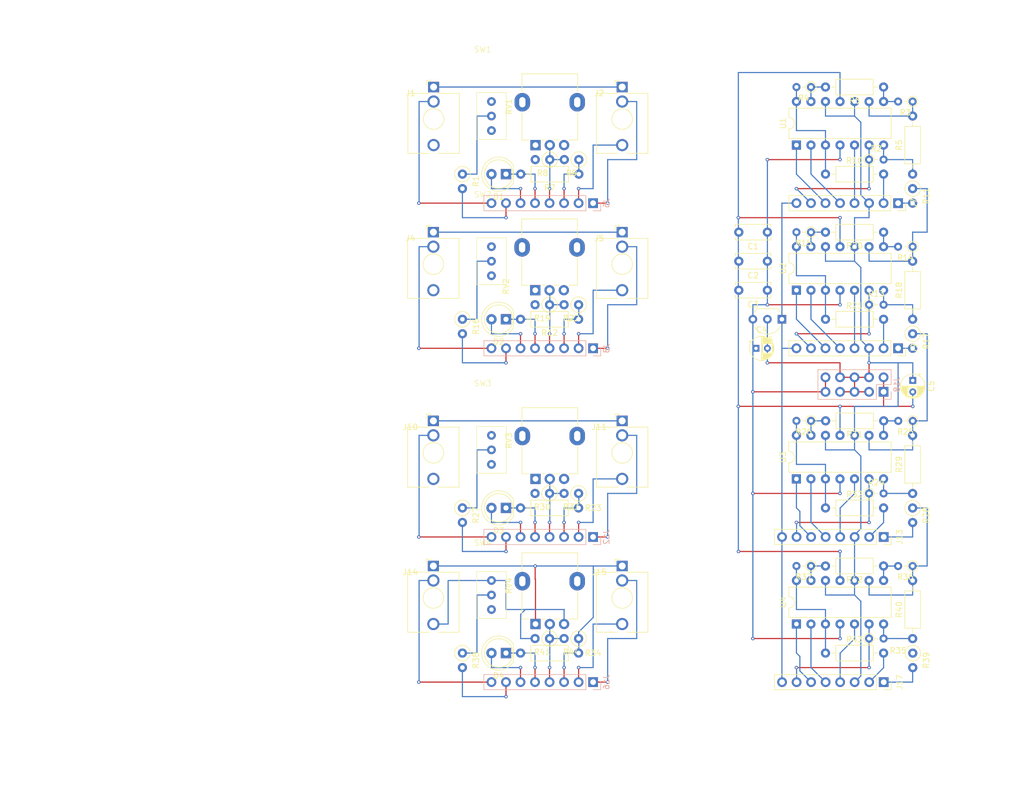
<source format=kicad_pcb>
(kicad_pcb (version 20241229) (generator "pcbnew") (generator_version "9.0")
  (layers (0 "F.Cu" signal) (2 "B.Cu" signal) (13 "F.Paste" user) (15 "B.Paste" user) (5 "F.SilkS" user "F.Silkscreen") (7 "B.SilkS" user "B.Silkscreen") (1 "F.Mask" user) (3 "B.Mask" user) (25 "Edge.Cuts" user))
  (net 0 "")
  (net 1 "Net-(R2-Pad2)")
  (net 2 "Net-(R3-Pad2)")
  (net 3 "/Daisy chain in")
  (net 4 "GND")
  (net 5 "Net-(SW1-A)")
  (net 6 "+12V")
  (net 7 "-12V")
  (net 8 "+5V")
  (net 9 "Net-(SW1-B)")
  (net 10 "Net-(U1D--)")
  (net 11 "Net-(U1A-+)")
  (net 12 "Net-(SW2-A)")
  (net 13 "Net-(SW3-A)")
  (net 14 "Net-(SW4-A)")
  (net 15 "Net-(SW2-B)")
  (net 16 "Net-(U2D--)")
  (net 17 "Net-(U2A-+)")
  (net 18 "Net-(SW3-B)")
  (net 19 "Net-(U3D--)")
  (net 20 "Net-(U3A-+)")
  (net 21 "Net-(SW4-B)")
  (net 22 "Net-(U4D--)")
  (net 23 "Net-(U4A-+)")
  (net 24 "Net-(R13-Pad2)")
  (net 25 "Net-(R14-Pad2)")
  (net 26 "Net-(R24-Pad2)")
  (net 27 "Net-(R25-Pad2)")
  (net 28 "Net-(R35-Pad2)")
  (net 29 "Net-(R36-Pad2)")
  (net 30 "U1.2_FP")
  (net 31 "U1.1_FP")
  (net 32 "U2.2_BP")
  (net 33 "U2.1_BP")
  (net 34 "U3.2_BP")
  (net 35 "U3.1_BP")
  (net 36 "U4.1_BP")
  (net 37 "U4.2_BP")
  (net 38 "R11_FP")
  (net 39 "R10_FP")
  (net 40 "R21_BP")
  (net 41 "R17_BP")
  (net 42 "U1.5_FP")
  (net 43 "U1.6_FP")
  (net 44 "U1.5_BP")
  (net 45 "U1.1_BP")
  (net 46 "U1.6_BP")
  (net 47 "R10_BP")
  (net 48 "U1.2_BP")
  (net 49 "R11_BP")
  (net 50 "U2.5_BP")
  (net 51 "U2.6_BP")
  (net 52 "R32_BP")
  (net 53 "R28_BP")
  (net 54 "U3.5_BP")
  (net 55 "U3.6_BP")
  (net 56 "R43_BP")
  (net 57 "R39_BP")
  (net 58 "U4.6_BP")
  (net 59 "U4.5_BP")
  (net 60 "U2.2_FP")
  (net 61 "U2.1_FP")
  (net 62 "U3.2_FP")
  (net 63 "U3.1_FP")
  (net 64 "U4.1_FP")
  (net 65 "U4.2_FP")
  (net 66 "R21_FP")
  (net 67 "R17_FP")
  (net 68 "U2.5_FP")
  (net 69 "U2.6_FP")
  (net 70 "R32_FP")
  (net 71 "R28_FP")
  (net 72 "U3.5_FP")
  (net 73 "U3.6_FP")
  (net 74 "R43_FP")
  (net 75 "R39_FP")
  (net 76 "U4.6_FP")
  (net 77 "U4.5_FP")
  (net 78 "Net-(U2C--)")
  (net 79 "Net-(U3C--)")
  (net 80 "Net-(U4C--)")
  (net 81 "/Daisy chain out")
  (net 82 "+5V_FP.1")
  (net 83 "+5V_FP.2")
  (net 84 "+5V_FP.3")
  (net 85 "+5V_FP.4")
  (net 86 "GND_FP.1")
  (net 87 "GND_FP.2")
  (net 88 "GND_FP.3")
  (net 89 "GND_FP.4")
  (footprint "Connector_PinSocket_2.54mm:PinSocket_1x08_P2.54mm_Vertical" (layer "F.Cu") (at 177.941267 91.190078 -90)
    (property "Reference" "J7")
    (property "Value" "Conn_01x08_Socket")
  )
  (footprint "Resistor_THT:R_Axial_DIN0204_L3.6mm_D1.6mm_P2.54mm_Vertical" (layer "F.Cu") (at 180.481267 73.410078 180)
    (property "Reference" "R3")
    (property "Value" "100k")
  )
  (footprint "Resistor_THT:R_Axial_DIN0207_L6.3mm_D2.5mm_P10.16mm_Horizontal" (layer "F.Cu") (at 122.061267 169.930078 180)
    (property "Reference" "R34")
    (property "Value" "470")
  )
  (footprint "Capacitor_THT:CP_Radial_D4.0mm_P2.00mm" (layer "F.Cu") (at 180.505 122.22 -90)
    (property "Reference" "C5")
    (property "Value" "10n")
  )
  (footprint "Custom:Thonkiconn mono 3.5mm audio jack PCB spacing" (layer "F.Cu") (at 129.681267 129.290078)
    (property "Reference" "J11")
    (property "Value" "AudioJack2_SwitchT")
  )
  (footprint "Resistor_THT:R_Axial_DIN0207_L6.3mm_D2.5mm_P2.54mm_Vertical" (layer "F.Cu") (at 180.481267 88.650078 -90)
    (property "Reference" "R11")
    (property "Value" "100k")
  )
  (footprint "Connector_PinSocket_2.54mm:PinSocket_1x08_P2.54mm_Vertical" (layer "F.Cu") (at 175.425 175.02 -90)
    (property "Reference" "J17")
    (property "Value" "Conn_01x08_Socket")
  )
  (footprint "Resistor_THT:R_Axial_DIN0204_L3.6mm_D1.6mm_P2.54mm_Vertical" (layer "F.Cu") (at 162.701267 96.270078 180)
    (property "Reference" "R15")
    (property "Value" "100k")
  )
  (footprint "Resistor_THT:R_Axial_DIN0207_L6.3mm_D2.5mm_P10.16mm_Horizontal" (layer "F.Cu") (at 175.401267 154.690078 180)
    (property "Reference" "R42")
    (property "Value" "100k")
  )
  (footprint "Capacitor_THT:CP_Radial_D4.0mm_P2.00mm" (layer "F.Cu") (at 153.081267 116.6)
    (property "Reference" "C4")
    (property "Value" "10n")
  )
  (footprint "Resistor_THT:R_Axial_DIN0204_L3.6mm_D1.6mm_P2.54mm_Vertical" (layer "F.Cu") (at 172.861267 83.570078)
    (property "Reference" "R2")
    (property "Value" "100k")
  )
  (footprint "Capacitor_THT:C_Disc_D6.0mm_W2.5mm_P5.00mm" (layer "F.Cu") (at 155.081267 106.430078 180)
    (property "Reference" "C3")
    (property "Value" "100n")
  )
  (footprint "Resistor_THT:R_Axial_DIN0207_L6.3mm_D2.5mm_P2.54mm_Vertical" (layer "F.Cu") (at 122.101267 83.570078 180)
    (property "Reference" "R9")
    (property "Value" "22k")
  )
  (footprint "Potentiometer_THT:Potentiometer_Alpha_RD901F-40-00D_Single_Vertical" (layer "F.Cu") (at 114.521267 139.450078 90)
    (property "Reference" "RV3")
    (property "Value" "100k B")
  )
  (footprint "Potentiometer_THT:Potentiometer_Alpha_RD901F-40-00D_Single_Vertical" (layer "F.Cu") (at 114.481267 106.430078 90)
    (property "Reference" "RV2")
    (property "Value" "100k B")
  )
  (footprint "Resistor_THT:R_Axial_DIN0207_L6.3mm_D2.5mm_P2.54mm_Vertical" (layer "F.Cu") (at 117.021267 83.570078 180)
    (property "Reference" "R8")
    (property "Value" "22k")
  )
  (footprint "Custom:SMTS 102 SPDT" (layer "F.Cu") (at 106.821267 134.370078)
    (property "Reference" "SW3")
    (property "Value" "SW_SPST")
  )
  (footprint "Resistor_THT:R_Axial_DIN0207_L6.3mm_D2.5mm_P10.16mm_Horizontal" (layer "F.Cu") (at 165.241267 169.930078)
    (property "Reference" "R43")
    (property "Value" "1k")
  )
  (footprint "Resistor_THT:R_Axial_DIN0204_L3.6mm_D1.6mm_P2.54mm_Vertical" (layer "F.Cu") (at 172.861267 167.390078)
    (property "Reference" "R35")
    (property "Value" "100k")
  )
  (footprint "Resistor_THT:R_Axial_DIN0207_L6.3mm_D2.5mm_P2.54mm_Vertical" (layer "F.Cu") (at 116.981267 167.390078 180)
    (property "Reference" "R41")
    (property "Value" "22k")
  )
  (footprint "Resistor_THT:R_Axial_DIN0204_L3.6mm_D1.6mm_P2.54mm_Vertical" (layer "F.Cu") (at 180.505 129.3 180)
    (property "Reference" "R25")
    (property "Value" "100k")
  )
  (footprint "Resistor_THT:R_Axial_DIN0204_L3.6mm_D1.6mm_P2.54mm_Vertical" (layer "F.Cu") (at 172.861267 141.990078)
    (property "Reference" "R24")
    (property "Value" "100k")
  )
  (footprint "Custom:SMTS 102 SPDT" (layer "F.Cu") (at 106.821267 159.770078)
    (property "Reference" "SW4")
    (property "Value" "SW_SPST")
  )
  (footprint "Package_DIP:DIP-14_W7.62mm" (layer "F.Cu") (at 160.161267 81.030078 90)
    (property "Reference" "U1")
    (property "Value" "LM324")
  )
  (footprint "Resistor_THT:R_Axial_DIN0207_L6.3mm_D2.5mm_P10.16mm_Horizontal" (layer "F.Cu") (at 175.401267 96.270078 180)
    (property "Reference" "R20")
    (property "Value" "100k")
  )
  (footprint "LED_THT:LED_D5.0mm" (layer "F.Cu") (at 109.361267 86.110078 180)
    (property "Reference" "D1")
    (property "Value" "LED_Dual_Bidirectional")
  )
  (footprint "Resistor_THT:R_Axial_DIN0207_L6.3mm_D2.5mm_P2.54mm_Vertical" (layer "F.Cu") (at 122.061267 141.990078 180)
    (property "Reference" "R33")
    (property "Value" "22k")
  )
  (footprint "Connector_PinSocket_2.54mm:PinSocket_1x08_P2.54mm_Vertical" (layer "F.Cu") (at 175.425 149.610078 -90)
    (property "Reference" "J13")
    (property "Value" "Conn_01x08_Socket")
  )
  (footprint "Resistor_THT:R_Axial_DIN0204_L3.6mm_D1.6mm_P2.54mm_Vertical" (layer "F.Cu") (at 162.701267 154.690078 180)
    (property "Reference" "R37")
    (property "Value" "100k")
  )
  (footprint "Resistor_THT:R_Axial_DIN0204_L3.6mm_D1.6mm_P2.54mm_Vertical" (layer "F.Cu") (at 162.701267 129.290078 180)
    (property "Reference" "R26")
    (property "Value" "100k")
  )
  (footprint "Capacitor_THT:C_Disc_D6.0mm_W2.5mm_P5.00mm" (layer "F.Cu") (at 155.081267 101.350078 180)
    (property "Reference" "C2")
    (property "Value" "100n")
  )
  (footprint "Package_DIP:DIP-14_W7.62mm" (layer "F.Cu") (at 160.156267 139.450078 90)
    (property "Reference" "U3")
    (property "Value" "LM324")
  )
  (footprint "Resistor_THT:R_Axial_DIN0207_L6.3mm_D2.5mm_P10.16mm_Horizontal" (layer "F.Cu") (at 165.241267 86.110078)
    (property "Reference" "R10")
    (property "Value" "1k")
  )
  (footprint "Resistor_THT:R_Axial_DIN0204_L3.6mm_D1.6mm_P2.54mm_Vertical" (layer "F.Cu") (at 162.701267 70.870078 180)
    (property "Reference" "R4")
    (property "Value" "100k")
  )
  (footprint "Resistor_THT:R_Axial_DIN0204_L3.6mm_D1.6mm_P2.54mm_Vertical" (layer "F.Cu") (at 180.481267 154.7 180)
    (property "Reference" "R36")
    (property "Value" "100k")
  )
  (footprint "Resistor_THT:R_Axial_DIN0207_L6.3mm_D2.5mm_P2.54mm_Vertical" (layer "F.Cu") (at 180.481267 114.050078 -90)
    (property "Reference" "R17")
    (property "Value" "100k")
  )
  (footprint "Resistor_THT:R_Axial_DIN0207_L6.3mm_D2.5mm_P2.54mm_Vertical" (layer "F.Cu") (at 180.505 169.94 -90)
    (property "Reference" "R39")
    (property "Value" "100k")
  )
  (footprint "Resistor_THT:R_Axial_DIN0207_L6.3mm_D2.5mm_P10.16mm_Horizontal" (layer "F.Cu") (at 180.481267 167.4 90)
    (property "Reference" "R40")
    (property "Value" "100k")
  )
  (footprint "Package_TO_SOT_THT:TO-92_Inline_Wide" (layer "F.Cu") (at 157.621267 111.510078 180)
    (property "Reference" "U6")
    (property "Value" "LM78L05_TO92")
  )
  (footprint "Custom:Thonkiconn mono 3.5mm audio jack PCB spacing" (layer "F.Cu") (at 129.681267 96.270078)
    (property "Reference" "J5")
    (property "Value" "AudioJack2_SwitchT")
  )
  (footprint "Resistor_THT:R_Axial_DIN0204_L3.6mm_D1.6mm_P2.54mm_Vertical" (layer "F.Cu") (at 180.481267 98.810078 180)
    (property "Reference" "R14")
    (property "Value" "100k")
  )
  (footprint "Resistor_THT:R_Axial_DIN0207_L6.3mm_D2.5mm_P2.54mm_Vertical" (layer "F.Cu") (at 101.741267 169.930078 -90)
    (property "Reference" "R38")
    (property "Value" "100k")
  )
  (footprint "Custom:Thonkiconn mono 3.5mm audio jack PCB spacing" (layer "F.Cu") (at 96.661267 154.690078)
    (property "Reference" "J14")
    (property "Value" "AudioJack2_SwitchT")
  )
  (footprint "Resistor_THT:R_Axial_DIN0207_L6.3mm_D2.5mm_P10.16mm_Horizontal" (layer "F.Cu") (at 175.401267 70.870078 180)
    (property "Reference" "R6")
    (property "Value" "100k")
  )
  (footprint "Connector_PinSocket_2.54mm:PinSocket_1x08_P2.54mm_Vertical" (layer "F.Cu") (at 177.941267 116.590078 -90)
    (property "Reference" "J9")
    (property "Value" "Conn_01x08_Socket")
  )
  (footprint "Resistor_THT:R_Axial_DIN0207_L6.3mm_D2.5mm_P2.54mm_Vertical" (layer "F.Cu") (at 101.741267 144.530078 -90)
    (property "Reference" "R27")
    (property "Value" "100k")
  )
  (footprint "Potentiometer_THT:Potentiometer_Alpha_RD901F-40-00D_Single_Vertical" (layer "F.Cu") (at 114.521267 164.850078 90)
    (property "Reference" "RV4")
    (property "Value" "100k B")
  )
  (footprint "Custom:Thonkiconn mono 3.5mm audio jack PCB spacing" (layer "F.Cu") (at 129.681267 154.690078)
    (property "Reference" "J15")
    (property "Value" "AudioJack2_SwitchT")
  )
  (footprint "Custom:Thonkiconn mono 3.5mm audio jack PCB spacing" (layer "F.Cu") (at 96.701267 70.870078)
    (property "Reference" "J1")
    (property "Value" "AudioJack2_SwitchT")
  )
  (footprint "Resistor_THT:R_Axial_DIN0207_L6.3mm_D2.5mm_P2.54mm_Vertical" (layer "F.Cu") (at 180.481267 144.54 -90)
    (property "Reference" "R28")
    (property "Value" "100k")
  )
  (footprint "Potentiometer_THT:Potentiometer_Alpha_RD901F-40-00D_Single_Vertical" (layer "F.Cu") (at 114.521267 81.030078 90)
    (property "Reference" "RV1")
    (property "Value" "100k B")
  )
  (footprint "Resistor_THT:R_Axial_DIN0207_L6.3mm_D2.5mm_P2.54mm_Vertical" (layer "F.Cu") (at 122.061267 108.970078 180)
    (property "Reference" "R22")
    (property "Value" "22k")
  )
  (footprint "Resistor_THT:R_Axial_DIN0207_L6.3mm_D2.5mm_P10.16mm_Horizontal" (layer "F.Cu") (at 122.061267 111.510078 180)
    (property "Reference" "R12")
    (property "Value" "470")
  )
  (footprint "Resistor_THT:R_Axial_DIN0207_L6.3mm_D2.5mm_P10.16mm_Horizontal" (layer "F.Cu") (at 122.101267 86.110078 180)
    (property "Reference" "R7")
    (property "Value" "470")
  )
  (footprint "Resistor_THT:R_Axial_DIN0207_L6.3mm_D2.5mm_P10.16mm_Horizontal" (layer "F.Cu") (at 175.425 129.290078 180)
    (property "Reference" "R31")
    (property "Value" "100k")
  )
  (footprint "LED_THT:LED_D5.0mm" (layer "F.Cu") (at 109.361267 144.530078 180)
    (property "Reference" "D3")
    (property "Value" "LED_Dual_Bidirectional")
  )
  (footprint "Resistor_THT:R_Axial_DIN0207_L6.3mm_D2.5mm_P2.54mm_Vertical" (layer "F.Cu") (at 101.741267 111.510078 -90)
    (property "Reference" "R16")
    (property "Value" "100k")
  )
  (footprint "Resistor_THT:R_Axial_DIN0207_L6.3mm_D2.5mm_P10.16mm_Horizontal" (layer "F.Cu") (at 180.481267 86.110078 90)
    (property "Reference" "R5")
    (property "Value" "100k")
  )
  (footprint "Custom:SMTS 102 SPDT" (layer "F.Cu") (at 106.821267 101.350078)
    (property "Reference" "SW2")
    (property "Value" "SW_SPST")
  )
  (footprint "Resistor_THT:R_Axial_DIN0207_L6.3mm_D2.5mm_P10.16mm_Horizontal" (layer "F.Cu") (at 165.241267 111.510078)
    (property "Reference" "R21")
    (property "Value" "1k")
  )
  (footprint "Capacitor_THT:C_Disc_D6.0mm_W2.5mm_P5.00mm" (layer "F.Cu") (at 155.081267 96.270078 180)
    (property "Reference" "C1")
    (property "Value" "100n")
  )
  (footprint "Custom:Thonkiconn mono 3.5mm audio jack PCB spacing" (layer "F.Cu") (at 96.661267 96.270078)
    (property "Reference" "J4")
    (property "Value" "AudioJack2_SwitchT")
  )
  (footprint "Custom:SMTS 102 SPDT" (layer "F.Cu") (at 106.821267 75.950078)
    (property "Reference" "SW1")
    (property "Value" "SW_SPST")
  )
  (footprint "Custom:Thonkiconn mono 3.5mm audio jack PCB spacing" (layer "F.Cu") (at 129.681267 70.870078)
    (property "Reference" "J2")
    (property "Value" "AudioJack2_SwitchT")
  )
  (footprint "Resistor_THT:R_Axial_DIN0207_L6.3mm_D2.5mm_P2.54mm_Vertical" (layer "F.Cu") (at 116.981267 108.970078 180)
    (property "Reference" "R19")
    (property "Value" "22k")
  )
  (footprint "Resistor_THT:R_Axial_DIN0207_L6.3mm_D2.5mm_P10.16mm_Horizontal" (layer "F.Cu") (at 122.061267 144.530078 180)
    (property "Reference" "R23")
    (property "Value" "470")
  )
  (footprint "Custom:Thonkiconn mono 3.5mm audio jack PCB spacing" (layer "F.Cu") (at 96.661267 129.290078)
    (property "Reference" "J10")
    (property "Value" "AudioJack2_SwitchT")
  )
  (footprint "Resistor_THT:R_Axial_DIN0207_L6.3mm_D2.5mm_P10.16mm_Horizontal" (layer "F.Cu") (at 180.481267 142 90)
    (property "Reference" "R29")
    (property "Value" "100k")
  )
  (footprint "Resistor_THT:R_Axial_DIN0207_L6.3mm_D2.5mm_P10.16mm_Horizontal" (layer "F.Cu") (at 180.481267 111.510078 90)
    (property "Reference" "R18")
    (property "Value" "100k")
  )
  (footprint "Resistor_THT:R_Axial_DIN0207_L6.3mm_D2.5mm_P2.54mm_Vertical" (layer "F.Cu") (at 101.741267 86.110078 -90)
    (property "Reference" "R1")
    (property "Value" "100k")
  )
  (footprint "Package_DIP:DIP-14_W7.62mm" (layer "F.Cu") (at 160.161267 106.430078 90)
    (property "Reference" "U2")
    (property "Value" "LM324")
  )
  (footprint "LED_THT:LED_D5.0mm" (layer "F.Cu") (at 109.361267 111.510078 180)
    (property "Reference" "D2")
    (property "Value" "LED_Dual_Bidirectional")
  )
  (footprint "Resistor_THT:R_Axial_DIN0207_L6.3mm_D2.5mm_P10.16mm_Horizontal" (layer "F.Cu") (at 165.241267 144.530078)
    (property "Reference" "R32")
    (property "Value" "1k")
  )
  (footprint "Resistor_THT:R_Axial_DIN0204_L3.6mm_D1.6mm_P2.54mm_Vertical" (layer "F.Cu") (at 172.861267 108.970078)
    (property "Reference" "R13")
    (property "Value" "100k")
  )
  (footprint "Resistor_THT:R_Axial_DIN0207_L6.3mm_D2.5mm_P2.54mm_Vertical" (layer "F.Cu") (at 116.981267 141.990078 180)
    (property "Reference" "R30")
    (property "Value" "22k")
  )
  (footprint "LED_THT:LED_D5.0mm" (layer "F.Cu") (at 109.361267 169.930078 180)
    (property "Reference" "D4")
    (property "Value" "LED_Dual_Bidirectional")
  )
  (footprint "Package_DIP:DIP-14_W7.62mm" (layer "F.Cu") (at 160.161267 164.850078 90)
    (property "Reference" "U4")
    (property "Value" "LM324")
  )
  (footprint "Resistor_THT:R_Axial_DIN0207_L6.3mm_D2.5mm_P2.54mm_Vertical" (layer "F.Cu") (at 122.061267 167.390078 180)
    (property "Reference" "R44")
    (property "Value" "22k")
  )
  (footprint "Connector_PinHeader_2.54mm:PinHeader_1x08_P2.54mm_Vertical" (layer "B.Cu") (at 124.601267 175.010078 90)
    (property "Reference" "J16")
    (property "Value" "Conn_01x08_Pin")
  )
  (footprint "Connector_PinHeader_2.54mm:PinHeader_1x08_P2.54mm_Vertical" (layer "B.Cu") (at 124.601267 116.590078 90)
    (property "Reference" "J8")
    (property "Value" "Conn_01x08_Pin")
  )
  (footprint "Connector_PinHeader_2.54mm:PinHeader_1x08_P2.54mm_Vertical" (layer "B.Cu") (at 124.601267 149.610078 90)
    (property "Reference" "J12")
    (property "Value" "Conn_01x08_Pin")
  )
  (footprint "Connector_PinHeader_2.54mm:PinHeader_2x05_P2.54mm_Vertical" (layer "B.Cu") (at 175.401267 124.210078 90)
    (property "Reference" "J18")
    (property "Value" "Conn_02x05_Odd_Even")
  )
  (footprint "Connector_PinHeader_2.54mm:PinHeader_1x08_P2.54mm_Vertical" (layer "B.Cu") (at 124.601267 91.190078 90)
    (property "Reference" "J6")
    (property "Value" "Conn_01x08_Pin")
  )
  (segment (start 175.401267 83.570078) (end 180.481267 83.570078) (width 0.2) (layer "B.Cu") (net 1))
  (segment (start 175.401267 81.030078) (end 175.401267 83.570078) (width 0.2) (layer "B.Cu") (net 1))
  (segment (start 180.481267 83.570078) (end 180.481267 86.110078) (width 0.2) (layer "B.Cu") (net 1))
  (segment (start 177.941267 73.410078) (end 175.401267 73.410078) (width 0.2) (layer "B.Cu") (net 2))
  (segment (start 175.401267 70.870078) (end 175.401267 73.410078) (width 0.2) (layer "B.Cu") (net 2))
  (segment (start 172.861267 75.950078) (end 180.481267 75.950078) (width 0.2) (layer "B.Cu") (net 3))
  (segment (start 180.481267 75.950078) (end 180.481267 73.410078) (width 0.2) (layer "B.Cu") (net 3))
  (segment (start 172.861267 73.410078) (end 172.861267 75.950078) (width 0.2) (layer "B.Cu") (net 3))
  (segment (start 172.861267 121.670078) (end 172.861267 119.130078) (width 0.2) (layer "F.Cu") (net 4))
  (segment (start 172.861267 124.210078) (end 167.781267 124.210078) (width 0.2) (layer "F.Cu") (net 4))
  (segment (start 167.781267 121.670078) (end 172.861267 121.670078) (width 0.2) (layer "F.Cu") (net 4))
  (segment (start 167.781267 121.670078) (end 167.781267 119.130078) (width 0.2) (layer "F.Cu") (net 4))
  (segment (start 167.781267 119.130078) (end 155.081267 119.130078) (width 0.2) (layer "F.Cu") (net 4))
  (segment (start 170.321267 121.670078) (end 170.321267 124.210078) (width 0.2) (layer "F.Cu") (net 4))
  (via (at 155.081267 119.130078) (size 0.6) (drill 0.3) (layers "F.Cu" "B.Cu") (net 4))
  (via (at 172.861267 119.130078) (size 0.6) (drill 0.3) (layers "F.Cu" "B.Cu") (net 4))
  (segment (start 170.321267 157.230078) (end 170.321267 149.270078) (width 0.2) (layer "B.Cu") (net 4))
  (segment (start 170.321267 98.810078) (end 170.321267 93.730078) (width 0.2) (layer "B.Cu") (net 4))
  (segment (start 170.321267 149.270078) (end 171.421267 148.170078) (width 0.2) (layer "B.Cu") (net 4))
  (segment (start 170.316267 126.755078) (end 170.321267 126.750078) (width 0.2) (layer "B.Cu") (net 4))
  (segment (start 165.241267 159.770078) (end 170.321267 159.770078) (width 0.2) (layer "B.Cu") (net 4))
  (segment (start 171.421267 160.870078) (end 171.421267 173.943733) (width 0.2) (layer "B.Cu") (net 4))
  (segment (start 165.241267 73.410078) (end 165.241267 75.950078) (width 0.2) (layer "B.Cu") (net 4))
  (segment (start 180.495078 119.130078) (end 177.941267 119.130078) (width 0.2) (layer "B.Cu") (net 4))
  (segment (start 180.505 119.14) (end 180.505 122.22) (width 0.2) (layer "B.Cu") (net 4))
  (segment (start 165.241267 157.230078) (end 165.241267 159.770078) (width 0.2) (layer "B.Cu") (net 4))
  (segment (start 165.241267 98.810078) (end 165.241267 101.350078) (width 0.2) (layer "B.Cu") (net 4))
  (segment (start 170.321267 101.350078) (end 171.421267 102.450078) (width 0.2) (layer "B.Cu") (net 4))
  (segment (start 170.321267 101.350078) (end 170.321267 98.810078) (width 0.2) (layer "B.Cu") (net 4))
  (segment (start 165.241267 134.370078) (end 170.321267 134.370078) (width 0.2) (layer "B.Cu") (net 4))
  (segment (start 170.321267 75.950078) (end 170.321267 73.410078) (width 0.2) (layer "B.Cu") (net 4))
  (segment (start 171.421267 115.150078) (end 172.861267 116.590078) (width 0.2) (layer "B.Cu") (net 4))
  (segment (start 171.421267 135.470078) (end 170.321267 134.370078) (width 0.2) (layer "B.Cu") (net 4))
  (segment (start 171.421267 102.450078) (end 171.421267 115.150078) (width 0.2) (layer "B.Cu") (net 4))
  (segment (start 170.321267 159.770078) (end 171.421267 160.870078) (width 0.2) (layer "B.Cu") (net 4))
  (segment (start 172.861267 93.730078) (end 172.861267 91.190078) (width 0.2) (layer "B.Cu") (net 4))
  (segment (start 170.316267 131.830078) (end 170.316267 126.755078) (width 0.2) (layer "B.Cu") (net 4))
  (segment (start 170.321267 75.950078) (end 171.421267 77.050078) (width 0.2) (layer "B.Cu") (net 4))
  (segment (start 171.421267 89.750078) (end 172.861267 91.190078) (width 0.2) (layer "B.Cu") (net 4))
  (segment (start 180.495078 119.130078) (end 180.505 119.14) (width 0.2) (layer "B.Cu") (net 4))
  (segment (start 170.321267 134.370078) (end 170.321267 131.830078) (width 0.2) (layer "B.Cu") (net 4))
  (segment (start 170.321267 93.730078) (end 172.861267 93.730078) (width 0.2) (layer "B.Cu") (net 4))
  (segment (start 171.421267 77.050078) (end 171.421267 89.750078) (width 0.2) (layer "B.Cu") (net 4))
  (segment (start 172.861267 119.130078) (end 172.861267 116.590078) (width 0.2) (layer "B.Cu") (net 4))
  (segment (start 171.421267 173.943733) (end 170.345 175.02) (width 0.2) (layer "B.Cu") (net 4))
  (segment (start 177.941267 126.750078) (end 177.941267 119.130078) (width 0.2) (layer "B.Cu") (net 4))
  (segment (start 170.321267 126.750078) (end 177.941267 126.750078) (width 0.2) (layer "B.Cu") (net 4))
  (segment (start 165.241267 75.950078) (end 170.321267 75.950078) (width 0.2) (layer "B.Cu") (net 4))
  (segment (start 171.421267 148.170078) (end 171.421267 135.470078) (width 0.2) (layer "B.Cu") (net 4))
  (segment (start 165.241267 101.350078) (end 170.321267 101.350078) (width 0.2) (layer "B.Cu") (net 4))
  (segment (start 165.241267 131.830078) (end 165.241267 134.370078) (width 0.2) (layer "B.Cu") (net 4))
  (segment (start 170.321267 159.770078) (end 170.321267 157.230078) (width 0.2) (layer "B.Cu") (net 4))
  (segment (start 177.941267 119.130078) (end 172.861267 119.130078) (width 0.2) (layer "B.Cu") (net 4))
  (segment (start 155.081267 119.130078) (end 155.081267 111.510078) (width 0.2) (layer "B.Cu") (net 4))
  (segment (start 165.241267 124.210078) (end 152.541267 124.210078) (width 0.2) (layer "F.Cu") (net 6))
  (segment (start 167.781267 167.390078) (end 152.541267 167.390078) (width 0.2) (layer "F.Cu") (net 6))
  (segment (start 167.781267 83.570078) (end 155.081267 83.570078) (width 0.2) (layer "F.Cu") (net 6))
  (segment (start 167.781267 141.990078) (end 152.541267 141.990078) (width 0.2) (layer "F.Cu") (net 6))
  (segment (start 165.241267 121.670078) (end 165.241267 124.210078) (width 0.2) (layer "F.Cu") (net 6))
  (segment (start 167.781267 108.970078) (end 155.081267 108.970078) (width 0.2) (layer "F.Cu") (net 6))
  (via (at 167.781267 83.570078) (size 0.6) (drill 0.3) (layers "F.Cu" "B.Cu") (net 6))
  (via (at 167.781267 108.970078) (size 0.6) (drill 0.3) (layers "F.Cu" "B.Cu") (net 6))
  (via (at 152.541267 167.390078) (size 0.6) (drill 0.3) (layers "F.Cu" "B.Cu") (net 6))
  (via (at 167.781267 167.390078) (size 0.6) (drill 0.3) (layers "F.Cu" "B.Cu") (net 6))
  (via (at 152.541267 124.210078) (size 0.6) (drill 0.3) (layers "F.Cu" "B.Cu") (net 6))
  (via (at 167.781267 141.990078) (size 0.6) (drill 0.3) (layers "F.Cu" "B.Cu") (net 6))
  (via (at 155.081267 108.970078) (size 0.6) (drill 0.3) (layers "F.Cu" "B.Cu") (net 6))
  (via (at 152.541267 141.990078) (size 0.6) (drill 0.3) (layers "F.Cu" "B.Cu") (net 6))
  (via (at 155.081267 83.570078) (size 0.6) (drill 0.3) (layers "F.Cu" "B.Cu") (net 6))
  (segment (start 155.081267 108.970078) (end 155.081267 83.570078) (width 0.2) (layer "B.Cu") (net 6))
  (segment (start 152.541267 108.970078) (end 152.541267 116.590078) (width 0.2) (layer "B.Cu") (net 6))
  (segment (start 155.081267 108.970078) (end 152.541267 108.970078) (width 0.2) (layer "B.Cu") (net 6))
  (segment (start 152.541267 124.210078) (end 152.541267 167.390078) (width 0.2) (layer "B.Cu") (net 6))
  (segment (start 167.781267 139.450078) (end 167.781267 141.990078) (width 0.2) (layer "B.Cu") (net 6))
  (segment (start 167.781267 106.430078) (end 167.781267 108.970078) (width 0.2) (layer "B.Cu") (net 6))
  (segment (start 153.105 116.6) (end 152.565 116.6) (width 0.2) (layer "B.Cu") (net 6))
  (segment (start 167.781267 164.850078) (end 167.781267 167.390078) (width 0.2) (layer "B.Cu") (net 6))
  (segment (start 152.541267 116.590078) (end 152.541267 124.210078) (width 0.2) (layer "B.Cu") (net 6))
  (segment (start 167.781267 81.030078) (end 167.781267 83.570078) (width 0.2) (layer "B.Cu") (net 6))
  (segment (start 175.401267 121.670078) (end 175.401267 124.210078) (width 0.2) (layer "F.Cu") (net 7))
  (segment (start 167.781267 126.750078) (end 175.401267 126.750078) (width 0.2) (layer "F.Cu") (net 7))
  (segment (start 167.781267 152.150078) (end 167.780273 152.151072) (width 0.2) (layer "F.Cu") (net 7))
  (segment (start 167.781267 93.730078) (end 150.001267 93.730078) (width 0.2) (layer "F.Cu") (net 7))
  (segment (start 167.780273 152.151072) (end 150.027666 152.151072) (width 0.2) (layer "F.Cu") (net 7))
  (segment (start 167.781267 126.750078) (end 150.001267 126.750078) (width 0.2) (layer "F.Cu") (net 7))
  (segment (start 175.401267 126.750078) (end 175.401267 124.210078) (width 0.2) (layer "F.Cu") (net 7))
  (segment (start 175.401267 126.750078) (end 180.495078 126.750078) (width 0.2) (layer "F.Cu") (net 7))
  (via (at 180.505 126.76) (size 0.6) (drill 0.3) (layers "F.Cu" "B.Cu") (net 7))
  (via (at 167.781267 126.750078) (size 0.6) (drill 0.3) (layers "F.Cu" "B.Cu") (net 7))
  (via (at 150.027666 152.151072) (size 0.6) (drill 0.3) (layers "F.Cu" "B.Cu") (net 7))
  (via (at 150.001267 93.730078) (size 0.6) (drill 0.3) (layers "F.Cu" "B.Cu") (net 7))
  (via (at 167.781267 152.150078) (size 0.6) (drill 0.3) (layers "F.Cu" "B.Cu") (net 7))
  (via (at 167.781267 93.730078) (size 0.6) (drill 0.3) (layers "F.Cu" "B.Cu") (net 7))
  (via (at 150.001267 126.750078) (size 0.6) (drill 0.3) (layers "F.Cu" "B.Cu") (net 7))
  (segment (start 167.781267 68.330078) (end 150.001267 68.330078) (width 0.2) (layer "B.Cu") (net 7))
  (segment (start 150.001267 126.750078) (end 150.001267 152.150078) (width 0.2) (layer "B.Cu") (net 7))
  (segment (start 167.781267 157.230078) (end 167.781267 152.150078) (width 0.2) (layer "B.Cu") (net 7))
  (segment (start 167.781267 98.810078) (end 167.781267 93.730078) (width 0.2) (layer "B.Cu") (net 7))
  (segment (start 167.781267 126.750078) (end 167.781267 131.830078) (width 0.2) (layer "B.Cu") (net 7))
  (segment (start 150.001267 93.730078) (end 150.001267 126.750078) (width 0.2) (layer "B.Cu") (net 7))
  (segment (start 150.001267 68.330078) (end 150.001267 93.730078) (width 0.2) (layer "B.Cu") (net 7))
  (segment (start 167.781267 73.410078) (end 167.781267 68.330078) (width 0.2) (layer "B.Cu") (net 7))
  (segment (start 180.505 124.22) (end 180.505 126.76) (width 0.2) (layer "B.Cu") (net 7))
  (segment (start 160.161267 116.590078) (end 157.621267 116.590078) (width 0.2) (layer "B.Cu") (net 8))
  (segment (start 157.621267 91.190078) (end 157.621267 111.510078) (width 0.2) (layer "B.Cu") (net 8))
  (segment (start 157.621267 149.610078) (end 157.621267 116.590078) (width 0.2) (layer "B.Cu") (net 8))
  (segment (start 157.621267 111.510078) (end 157.621267 116.590078) (width 0.2) (layer "B.Cu") (net 8))
  (segment (start 157.621267 91.190078) (end 160.161267 91.190078) (width 0.2) (layer "B.Cu") (net 8))
  (segment (start 157.621267 149.610078) (end 157.621267 175.010078) (width 0.2) (layer "B.Cu") (net 8))
  (segment (start 104.281267 75.950078) (end 106.821267 75.950078) (width 0.2) (layer "B.Cu") (net 9))
  (segment (start 104.281267 86.110078) (end 104.281267 75.950078) (width 0.2) (layer "B.Cu") (net 9))
  (segment (start 101.741267 86.110078) (end 104.281267 86.110078) (width 0.2) (layer "B.Cu") (net 9))
  (segment (start 165.241267 70.870078) (end 162.701267 70.870078) (width 0.2) (layer "B.Cu") (net 10))
  (segment (start 162.701267 70.870078) (end 162.701267 73.410078) (width 0.2) (layer "B.Cu") (net 10))
  (segment (start 160.161267 70.870078) (end 160.161267 73.410078) (width 0.2) (layer "B.Cu") (net 11))
  (segment (start 160.161267 73.410078) (end 160.161267 78.490078) (width 0.2) (layer "B.Cu") (net 11))
  (segment (start 160.161267 78.490078) (end 165.241267 78.490078) (width 0.2) (layer "B.Cu") (net 11))
  (segment (start 165.241267 78.490078) (end 165.241267 81.030078) (width 0.2) (layer "B.Cu") (net 11))
  (segment (start 165.241267 86.110078) (end 165.241267 81.030078) (width 0.2) (layer "B.Cu") (net 11))
  (segment (start 99.281267 157.230078) (end 109.361267 157.230078) (width 0.2) (layer "B.Cu") (net 14))
  (segment (start 109.361267 157.230078) (end 109.361267 162.310078) (width 0.2) (layer "B.Cu") (net 14))
  (segment (start 99.241267 164.850078) (end 99.241267 157.270078) (width 0.2) (layer "B.Cu") (net 14))
  (segment (start 111.925 167.4) (end 111.925 163.20604) (width 0.2) (layer "B.Cu") (net 14))
  (segment (start 119.535078 162.310078) (end 119.545 162.32) (width 0.2) (layer "B.Cu") (net 14))
  (segment (start 111.934922 167.390078) (end 111.925 167.4) (width 0.2) (layer "B.Cu") (net 14))
  (segment (start 114.441267 167.390078) (end 111.934922 167.390078) (width 0.2) (layer "B.Cu") (net 14))
  (segment (start 112.065064 162.998808) (end 112.753794 162.310078) (width 0.2) (layer "B.Cu") (net 14))
  (segment (start 112.753794 162.310078) (end 114.465 162.310078) (width 0.2) (layer "B.Cu") (net 14))
  (segment (start 111.925 163.20604) (end 112.065064 162.998808) (width 0.2) (layer "B.Cu") (net 14))
  (segment (start 114.465 162.310078) (end 119.535078 162.310078) (width 0.2) (layer "B.Cu") (net 14))
  (segment (start 119.545 162.32) (end 119.521267 162.343733) (width 0.2) (layer "B.Cu") (net 14))
  (segment (start 109.361267 162.310078) (end 114.465 162.310078) (width 0.2) (layer "B.Cu") (net 14))
  (segment (start 96.701267 164.850078) (end 99.241267 164.850078) (width 0.2) (layer "B.Cu") (net 14))
  (segment (start 119.521267 162.343733) (end 119.521267 164.850078) (width 0.2) (layer "B.Cu") (net 14))
  (segment (start 101.741267 111.510078) (end 104.281267 111.510078) (width 0.2) (layer "B.Cu") (net 15))
  (segment (start 104.281267 101.350078) (end 106.821267 101.350078) (width 0.2) (layer "B.Cu") (net 15))
  (segment (start 104.281267 111.510078) (end 104.281267 101.350078) (width 0.2) (layer "B.Cu") (net 15))
  (segment (start 162.701267 96.270078) (end 162.701267 98.810078) (width 0.2) (layer "B.Cu") (net 16))
  (segment (start 165.241267 96.270078) (end 162.701267 96.270078) (width 0.2) (layer "B.Cu") (net 16))
  (segment (start 160.161267 103.890078) (end 165.241267 103.890078) (width 0.2) (layer "B.Cu") (net 17))
  (segment (start 165.241267 103.890078) (end 165.241267 106.430078) (width 0.2) (layer "B.Cu") (net 17))
  (segment (start 160.161267 96.270078) (end 160.161267 98.810078) (width 0.2) (layer "B.Cu") (net 17))
  (segment (start 160.161267 98.810078) (end 160.161267 103.890078) (width 0.2) (layer "B.Cu") (net 17))
  (segment (start 165.241267 111.510078) (end 165.241267 106.430078) (width 0.2) (layer "B.Cu") (net 17))
  (segment (start 104.281267 144.530078) (end 104.281267 134.370078) (width 0.2) (layer "B.Cu") (net 18))
  (segment (start 104.281267 134.370078) (end 106.821267 134.370078) (width 0.2) (layer "B.Cu") (net 18))
  (segment (start 101.741267 144.530078) (end 104.281267 144.530078) (width 0.2) (layer "B.Cu") (net 18))
  (segment (start 162.701267 129.290078) (end 162.701267 131.830078) (width 0.2) (layer "B.Cu") (net 19))
  (segment (start 165.241267 129.290078) (end 162.701267 129.290078) (width 0.2) (layer "B.Cu") (net 19))
  (segment (start 160.161267 129.290078) (end 160.161267 131.830078) (width 0.2) (layer "B.Cu") (net 20))
  (segment (start 165.241267 136.910078) (end 165.241267 139.450078) (width 0.2) (layer "B.Cu") (net 20))
  (segment (start 160.161267 136.910078) (end 165.241267 136.910078) (width 0.2) (layer "B.Cu") (net 20))
  (segment (start 160.161267 131.830078) (end 160.161267 136.910078) (width 0.2) (layer "B.Cu") (net 20))
  (segment (start 165.241267 144.530078) (end 165.241267 139.450078) (width 0.2) (layer "B.Cu") (net 20))
  (segment (start 101.741267 169.930078) (end 104.281267 169.930078) (width 0.2) (layer "B.Cu") (net 21))
  (segment (start 104.281267 159.770078) (end 106.821267 159.770078) (width 0.2) (layer "B.Cu") (net 21))
  (segment (start 104.281267 169.930078) (end 104.281267 159.770078) (width 0.2) (layer "B.Cu") (net 21))
  (segment (start 165.241267 154.690078) (end 162.701267 154.690078) (width 0.2) (layer "B.Cu") (net 22))
  (segment (start 162.701267 154.690078) (end 162.701267 157.230078) (width 0.2) (layer "B.Cu") (net 22))
  (segment (start 160.161267 162.310078) (end 165.241267 162.310078) (width 0.2) (layer "B.Cu") (net 23))
  (segment (start 160.161267 157.230078) (end 160.161267 162.310078) (width 0.2) (layer "B.Cu") (net 23))
  (segment (start 160.161267 154.690078) (end 160.161267 157.230078) (width 0.2) (layer "B.Cu") (net 23))
  (segment (start 165.241267 169.930078) (end 165.241267 164.850078) (width 0.2) (layer "B.Cu") (net 23))
  (segment (start 165.241267 162.310078) (end 165.241267 164.850078) (width 0.2) (layer "B.Cu") (net 23))
  (segment (start 175.401267 106.430078) (end 175.401267 108.970078) (width 0.2) (layer "B.Cu") (net 24))
  (segment (start 175.401267 108.970078) (end 180.481267 108.970078) (width 0.2) (layer "B.Cu") (net 24))
  (segment (start 180.481267 108.970078) (end 180.481267 111.510078) (width 0.2) (layer "B.Cu") (net 24))
  (segment (start 175.401267 96.270078) (end 175.401267 98.810078) (width 0.2) (layer "B.Cu") (net 25))
  (segment (start 177.941267 98.810078) (end 175.401267 98.810078) (width 0.2) (layer "B.Cu") (net 25))
  (segment (start 175.401267 141.990078) (end 180.481267 141.990078) (width 0.2) (layer "B.Cu") (net 26))
  (segment (start 175.401267 139.450078) (end 175.401267 141.990078) (width 0.2) (layer "B.Cu") (net 26))
  (segment (start 175.425 129.290078) (end 177.955078 129.290078) (width 0.2) (layer "B.Cu") (net 27))
  (segment (start 175.401267 129.290078) (end 175.401267 131.830078) (width 0.2) (layer "B.Cu") (net 27))
  (segment (start 177.955078 129.290078) (end 177.965 129.3) (width 0.2) (layer "B.Cu") (net 27))
  (segment (start 175.401267 164.850078) (end 175.401267 167.390078) (width 0.2) (layer "B.Cu") (net 28))
  (segment (start 175.401267 167.390078) (end 180.481267 167.390078) (width 0.2) (layer "B.Cu") (net 28))
  (segment (start 175.401267 154.690078) (end 175.401267 157.230078) (width 0.2) (layer "B.Cu") (net 29))
  (segment (start 175.411189 154.7) (end 175.401267 154.690078) (width 0.2) (layer "B.Cu") (net 29))
  (segment (start 177.941267 154.7) (end 175.411189 154.7) (width 0.2) (layer "B.Cu") (net 29))
  (segment (start 114.441267 91.190078) (end 114.441267 88.650078) (width 0.2) (layer "F.Cu") (net 30))
  (via (at 114.441267 88.650078) (size 0.6) (drill 0.3) (layers "F.Cu" "B.Cu") (net 30))
  (segment (start 111.941267 86.110078) (end 109.361267 86.110078) (width 0.2) (layer "B.Cu") (net 30))
  (segment (start 111.941267 86.110078) (end 114.441267 86.110078) (width 0.2) (layer "B.Cu") (net 30))
  (segment (start 114.441267 86.110078) (end 114.441267 88.610078) (width 0.2) (layer "B.Cu") (net 30))
  (segment (start 111.901267 91.190078) (end 111.901267 88.650078) (width 0.2) (layer "F.Cu") (net 31))
  (via (at 111.901267 88.650078) (size 0.6) (drill 0.3) (layers "F.Cu" "B.Cu") (net 31))
  (segment (start 106.821267 86.110078) (end 106.821267 88.650078) (width 0.2) (layer "B.Cu") (net 31))
  (segment (start 106.821267 88.650078) (end 111.901267 88.650078) (width 0.2) (layer "B.Cu") (net 31))
  (segment (start 162.701267 111.510078) (end 167.781267 116.590078) (width 0.2) (layer "B.Cu") (net 32))
  (segment (start 162.701267 106.430078) (end 162.701267 111.510078) (width 0.2) (layer "B.Cu") (net 32))
  (segment (start 160.161267 111.510078) (end 165.241267 116.590078) (width 0.2) (layer "B.Cu") (net 33))
  (segment (start 160.161267 106.430078) (end 160.161267 111.510078) (width 0.2) (layer "B.Cu") (net 33))
  (segment (start 162.701267 147.046345) (end 165.265 149.610078) (width 0.2) (layer "B.Cu") (net 34))
  (segment (start 162.701267 139.450078) (end 162.701267 147.046345) (width 0.2) (layer "B.Cu") (net 34))
  (segment (start 160.761267 145.130078) (end 160.761267 147.646345) (width 0.2) (layer "B.Cu") (net 35))
  (segment (start 160.761267 147.646345) (end 162.725 149.610078) (width 0.2) (layer "B.Cu") (net 35))
  (segment (start 160.161267 139.450078) (end 160.161267 144.530078) (width 0.2) (layer "B.Cu") (net 35))
  (segment (start 160.161267 144.530078) (end 160.761267 145.130078) (width 0.2) (layer "B.Cu") (net 35))
  (segment (start 160.161267 164.850078) (end 160.161267 169.916267) (width 0.2) (layer "B.Cu") (net 36))
  (segment (start 160.761267 173.056267) (end 162.725 175.02) (width 0.2) (layer "B.Cu") (net 36))
  (segment (start 160.161267 169.916267) (end 160.761267 170.516267) (width 0.2) (layer "B.Cu") (net 36))
  (segment (start 160.761267 170.516267) (end 160.761267 173.056267) (width 0.2) (layer "B.Cu") (net 36))
  (segment (start 162.701267 164.850078) (end 162.701267 172.456267) (width 0.2) (layer "B.Cu") (net 37))
  (segment (start 162.701267 172.456267) (end 165.265 175.02) (width 0.2) (layer "B.Cu") (net 37))
  (segment (start 127.141267 91.190078) (end 124.601267 91.190078) (width 0.2) (layer "F.Cu") (net 38))
  (via (at 127.141267 91.190078) (size 0.6) (drill 0.3) (layers "F.Cu" "B.Cu") (net 38))
  (segment (start 129.721267 73.410078) (end 132.221267 73.410078) (width 0.2) (layer "B.Cu") (net 38))
  (segment (start 132.221267 83.570078) (end 127.141267 83.570078) (width 0.2) (layer "B.Cu") (net 38))
  (segment (start 127.141267 83.570078) (end 127.141267 91.190078) (width 0.2) (layer "B.Cu") (net 38))
  (segment (start 132.221267 73.410078) (end 132.221267 83.570078) (width 0.2) (layer "B.Cu") (net 38))
  (segment (start 122.061267 91.190078) (end 122.061267 88.650078) (width 0.2) (layer "F.Cu") (net 39))
  (via (at 122.061267 88.650078) (size 0.6) (drill 0.3) (layers "F.Cu" "B.Cu") (net 39))
  (segment (start 124.601267 81.030078) (end 124.601267 88.650078) (width 0.2) (layer "B.Cu") (net 39))
  (segment (start 124.601267 88.650078) (end 122.061267 88.650078) (width 0.2) (layer "B.Cu") (net 39))
  (segment (start 129.721267 81.030078) (end 124.601267 81.030078) (width 0.2) (layer "B.Cu") (net 39))
  (segment (start 175.401267 111.510078) (end 175.401267 116.590078) (width 0.2) (layer "B.Cu") (net 40))
  (segment (start 180.481267 116.590078) (end 177.941267 116.590078) (width 0.2) (layer "B.Cu") (net 41))
  (segment (start 116.981267 91.190078) (end 116.981267 88.650078) (width 0.2) (layer "F.Cu") (net 42))
  (via (at 116.981267 88.650078) (size 0.6) (drill 0.3) (layers "F.Cu" "B.Cu") (net 42))
  (segment (start 117.021267 83.570078) (end 117.021267 88.610078) (width 0.2) (layer "B.Cu") (net 42))
  (segment (start 117.021267 81.030078) (end 117.021267 83.570078) (width 0.2) (layer "B.Cu") (net 42))
  (segment (start 119.561267 83.570078) (end 117.021267 83.570078) (width 0.2) (layer "B.Cu") (net 42))
  (segment (start 109.361267 91.190078) (end 109.361267 93.730078) (width 0.2) (layer "F.Cu") (net 43))
  (via (at 109.361267 93.730078) (size 0.6) (drill 0.3) (layers "F.Cu" "B.Cu") (net 43))
  (segment (start 101.741267 93.730078) (end 109.361267 93.730078) (width 0.2) (layer "B.Cu") (net 43))
  (segment (start 101.741267 88.650078) (end 101.741267 93.730078) (width 0.2) (layer "B.Cu") (net 43))
  (segment (start 170.321267 81.030078) (end 170.321267 91.190078) (width 0.2) (layer "B.Cu") (net 44))
  (segment (start 160.161267 86.110078) (end 165.241267 91.190078) (width 0.2) (layer "B.Cu") (net 45))
  (segment (start 160.161267 81.030078) (end 160.161267 86.110078) (width 0.2) (layer "B.Cu") (net 45))
  (segment (start 172.861267 88.650078) (end 160.161267 88.650078) (width 0.2) (layer "F.Cu") (net 46))
  (via (at 160.161267 88.650078) (size 0.6) (drill 0.3) (layers "F.Cu" "B.Cu") (net 46))
  (via (at 172.861267 88.650078) (size 0.6) (drill 0.3) (layers "F.Cu" "B.Cu") (net 46))
  (segment (start 172.861267 83.570078) (end 172.861267 88.650078) (width 0.2) (layer "B.Cu") (net 46))
  (segment (start 162.701267 91.190078) (end 160.161267 88.650078) (width 0.2) (layer "B.Cu") (net 46))
  (segment (start 172.861267 81.030078) (end 172.861267 83.570078) (width 0.2) (layer "B.Cu") (net 46))
  (segment (start 175.401267 86.110078) (end 175.401267 91.190078) (width 0.2) (layer "B.Cu") (net 47))
  (segment (start 162.701267 81.030078) (end 162.701267 86.110078) (width 0.2) (layer "B.Cu") (net 48))
  (segment (start 162.701267 86.110078) (end 167.781267 91.190078) (width 0.2) (layer "B.Cu") (net 48))
  (segment (start 180.481267 91.190078) (end 177.941267 91.190078) (width 0.2) (layer "B.Cu") (net 49))
  (segment (start 170.321267 106.430078) (end 170.321267 116.590078) (width 0.2) (layer "B.Cu") (net 50))
  (segment (start 172.861267 114.050078) (end 160.161267 114.050078) (width 0.2) (layer "F.Cu") (net 51))
  (via (at 172.861267 114.050078) (size 0.6) (drill 0.3) (layers "F.Cu" "B.Cu") (net 51))
  (via (at 160.161267 114.050078) (size 0.6) (drill 0.3) (layers "F.Cu" "B.Cu") (net 51))
  (segment (start 172.861267 106.430078) (end 172.861267 108.970078) (width 0.2) (layer "B.Cu") (net 51))
  (segment (start 172.861267 108.970078) (end 172.861267 114.050078) (width 0.2) (layer "B.Cu") (net 51))
  (segment (start 162.701267 116.590078) (end 160.161267 114.050078) (width 0.2) (layer "B.Cu") (net 51))
  (segment (start 175.401267 144.530078) (end 175.401267 147.093811) (width 0.2) (layer "B.Cu") (net 52))
  (segment (start 175.401267 147.093811) (end 172.885 149.610078) (width 0.2) (layer "B.Cu") (net 52))
  (segment (start 175.425 149.610078) (end 180.481267 149.610078) (width 0.2) (layer "B.Cu") (net 53))
  (segment (start 180.481267 149.610078) (end 180.481267 147.08) (width 0.2) (layer "B.Cu") (net 53))
  (segment (start 167.805 144.54) (end 167.805 149.610078) (width 0.2) (layer "B.Cu") (net 54))
  (segment (start 170.316267 139.450078) (end 170.316267 142.028733) (width 0.2) (layer "B.Cu") (net 54))
  (segment (start 170.316267 142.028733) (end 167.805 144.54) (width 0.2) (layer "B.Cu") (net 54))
  (segment (start 172.861267 147.070078) (end 160.161267 147.070078) (width 0.2) (layer "F.Cu") (net 55))
  (via (at 172.861267 147.070078) (size 0.6) (drill 0.3) (layers "F.Cu" "B.Cu") (net 55))
  (via (at 160.161267 147.070078) (size 0.6) (drill 0.3) (layers "F.Cu" "B.Cu") (net 55))
  (segment (start 172.861267 141.990078) (end 172.861267 147.070078) (width 0.2) (layer "B.Cu") (net 55))
  (segment (start 172.861267 139.450078) (end 172.861267 141.990078) (width 0.2) (layer "B.Cu") (net 55))
  (segment (start 160.185 147.093811) (end 160.185 149.610078) (width 0.2) (layer "B.Cu") (net 55))
  (segment (start 160.161267 147.070078) (end 160.185 147.093811) (width 0.2) (layer "B.Cu") (net 55))
  (segment (start 172.885 175.02) (end 175.401267 172.503733) (width 0.2) (layer "B.Cu") (net 56))
  (segment (start 175.401267 172.503733) (end 175.401267 169.930078) (width 0.2) (layer "B.Cu") (net 56))
  (segment (start 177.955078 175.02) (end 177.965 175.010078) (width 0.2) (layer "B.Cu") (net 57))
  (segment (start 180.481267 175.010078) (end 177.965 175.010078) (width 0.2) (layer "B.Cu") (net 57))
  (segment (start 175.425 175.02) (end 177.955078 175.02) (width 0.2) (layer "B.Cu") (net 57))
  (segment (start 180.481267 172.48) (end 180.481267 175.010078) (width 0.2) (layer "B.Cu") (net 57))
  (segment (start 172.861267 172.470078) (end 160.161267 172.470078) (width 0.2) (layer "F.Cu") (net 58))
  (via (at 172.861267 172.470078) (size 0.6) (drill 0.3) (layers "F.Cu" "B.Cu") (net 58))
  (via (at 160.161267 172.470078) (size 0.6) (drill 0.3) (layers "F.Cu" "B.Cu") (net 58))
  (segment (start 160.185 172.493811) (end 160.185 175.02) (width 0.2) (layer "B.Cu") (net 58))
  (segment (start 172.861267 164.850078) (end 172.861267 167.390078) (width 0.2) (layer "B.Cu") (net 58))
  (segment (start 172.861267 167.390078) (end 172.861267 172.470078) (width 0.2) (layer "B.Cu") (net 58))
  (segment (start 160.161267 172.470078) (end 160.185 172.493811) (width 0.2) (layer "B.Cu") (net 58))
  (segment (start 167.805 169.94) (end 167.805 175.02) (width 0.2) (layer "B.Cu") (net 59))
  (segment (start 170.321267 164.850078) (end 170.321267 167.423733) (width 0.2) (layer "B.Cu") (net 59))
  (segment (start 170.321267 167.423733) (end 167.805 169.94) (width 0.2) (layer "B.Cu") (net 59))
  (segment (start 114.441267 116.590078) (end 114.441267 114.050078) (width 0.2) (layer "F.Cu") (net 60))
  (via (at 114.441267 114.050078) (size 0.6) (drill 0.3) (layers "F.Cu" "B.Cu") (net 60))
  (segment (start 111.941267 111.510078) (end 109.361267 111.510078) (width 0.2) (layer "B.Cu") (net 60))
  (segment (start 111.941267 111.510078) (end 114.441267 111.510078) (width 0.2) (layer "B.Cu") (net 60))
  (segment (start 114.441267 111.510078) (end 114.441267 114.010078) (width 0.2) (layer "B.Cu") (net 60))
  (segment (start 111.901267 116.590078) (end 111.901267 114.050078) (width 0.2) (layer "F.Cu") (net 61))
  (via (at 111.901267 114.050078) (size 0.6) (drill 0.3) (layers "F.Cu" "B.Cu") (net 61))
  (segment (start 106.821267 111.510078) (end 106.821267 114.050078) (width 0.2) (layer "B.Cu") (net 61))
  (segment (start 106.821267 114.050078) (end 111.901267 114.050078) (width 0.2) (layer "B.Cu") (net 61))
  (segment (start 114.441267 149.610078) (end 114.441267 147.070078) (width 0.2) (layer "F.Cu") (net 62))
  (via (at 114.441267 147.070078) (size 0.6) (drill 0.3) (layers "F.Cu" "B.Cu") (net 62))
  (segment (start 111.941267 144.530078) (end 114.441267 144.530078) (width 0.2) (layer "B.Cu") (net 62))
  (segment (start 111.941267 144.530078) (end 109.361267 144.530078) (width 0.2) (layer "B.Cu") (net 62))
  (segment (start 114.441267 144.530078) (end 114.441267 147.030078) (width 0.2) (layer "B.Cu") (net 62))
  (segment (start 111.901267 149.610078) (end 111.901267 147.070078) (width 0.2) (layer "F.Cu") (net 63))
  (via (at 111.901267 147.070078) (size 0.6) (drill 0.3) (layers "F.Cu" "B.Cu") (net 63))
  (segment (start 106.821267 144.530078) (end 106.821267 147.070078) (width 0.2) (layer "B.Cu") (net 63))
  (segment (start 106.821267 147.070078) (end 111.901267 147.070078) (width 0.2) (layer "B.Cu") (net 63))
  (segment (start 111.901267 175.010078) (end 111.901267 172.470078) (width 0.2) (layer "F.Cu") (net 64))
  (via (at 111.901267 172.470078) (size 0.6) (drill 0.3) (layers "F.Cu" "B.Cu") (net 64))
  (segment (start 106.821267 172.470078) (end 111.901267 172.470078) (width 0.2) (layer "B.Cu") (net 64))
  (segment (start 106.821267 169.930078) (end 106.821267 172.470078) (width 0.2) (layer "B.Cu") (net 64))
  (segment (start 114.441267 175.010078) (end 114.441267 172.470078) (width 0.2) (layer "F.Cu") (net 65))
  (via (at 114.441267 172.470078) (size 0.6) (drill 0.3) (layers "F.Cu" "B.Cu") (net 65))
  (segment (start 111.941267 169.930078) (end 114.441267 169.930078) (width 0.2) (layer "B.Cu") (net 65))
  (segment (start 111.941267 169.930078) (end 109.361267 169.930078) (width 0.2) (layer "B.Cu") (net 65))
  (segment (start 114.441267 169.930078) (end 114.441267 172.430078) (width 0.2) (layer "B.Cu") (net 65))
  (segment (start 122.061267 116.590078) (end 122.061267 114.050078) (width 0.2) (layer "F.Cu") (net 66))
  (via (at 122.061267 114.050078) (size 0.6) (drill 0.3) (layers "F.Cu" "B.Cu") (net 66))
  (segment (start 124.601267 114.050078) (end 122.061267 114.050078) (width 0.2) (layer "B.Cu") (net 66))
  (segment (start 129.721267 106.430078) (end 124.601267 106.430078) (width 0.2) (layer "B.Cu") (net 66))
  (segment (start 124.601267 106.430078) (end 124.601267 114.050078) (width 0.2) (layer "B.Cu") (net 66))
  (segment (start 127.141267 116.590078) (end 124.601267 116.590078) (width 0.2) (layer "F.Cu") (net 67))
  (via (at 127.141267 116.590078) (size 0.6) (drill 0.3) (layers "F.Cu" "B.Cu") (net 67))
  (segment (start 129.721267 98.810078) (end 132.221267 98.810078) (width 0.2) (layer "B.Cu") (net 67))
  (segment (start 132.221267 98.810078) (end 132.221267 108.970078) (width 0.2) (layer "B.Cu") (net 67))
  (segment (start 127.141267 108.970078) (end 127.141267 116.590078) (width 0.2) (layer "B.Cu") (net 67))
  (segment (start 132.221267 108.970078) (end 127.141267 108.970078) (width 0.2) (layer "B.Cu") (net 67))
  (segment (start 116.981267 116.590078) (end 116.981267 114.050078) (width 0.2) (layer "F.Cu") (net 68))
  (via (at 116.981267 114.050078) (size 0.6) (drill 0.3) (layers "F.Cu" "B.Cu") (net 68))
  (segment (start 119.561267 108.970078) (end 117.021267 108.970078) (width 0.2) (layer "B.Cu") (net 68))
  (segment (start 117.021267 106.430078) (end 117.021267 108.970078) (width 0.2) (layer "B.Cu") (net 68))
  (segment (start 117.021267 108.970078) (end 117.021267 114.010078) (width 0.2) (layer "B.Cu") (net 68))
  (segment (start 109.361267 116.590078) (end 109.361267 119.130078) (width 0.2) (layer "F.Cu") (net 69))
  (via (at 109.361267 119.130078) (size 0.6) (drill 0.3) (layers "F.Cu" "B.Cu") (net 69))
  (segment (start 101.741267 119.130078) (end 109.361267 119.130078) (width 0.2) (layer "B.Cu") (net 69))
  (segment (start 101.741267 114.050078) (end 101.741267 119.130078) (width 0.2) (layer "B.Cu") (net 69))
  (segment (start 122.061267 149.610078) (end 122.061267 147.070078) (width 0.2) (layer "F.Cu") (net 70))
  (via (at 122.061267 147.070078) (size 0.6) (drill 0.3) (layers "F.Cu" "B.Cu") (net 70))
  (segment (start 129.721267 139.450078) (end 124.601267 139.450078) (width 0.2) (layer "B.Cu") (net 70))
  (segment (start 124.601267 139.450078) (end 124.601267 147.070078) (width 0.2) (layer "B.Cu") (net 70))
  (segment (start 124.601267 147.070078) (end 122.061267 147.070078) (width 0.2) (layer "B.Cu") (net 70))
  (segment (start 127.141267 149.610078) (end 124.601267 149.610078) (width 0.2) (layer "F.Cu") (net 71))
  (via (at 127.141267 149.610078) (size 0.6) (drill 0.3) (layers "F.Cu" "B.Cu") (net 71))
  (segment (start 129.721267 131.830078) (end 132.221267 131.830078) (width 0.2) (layer "B.Cu") (net 71))
  (segment (start 132.221267 131.830078) (end 132.221267 141.990078) (width 0.2) (layer "B.Cu") (net 71))
  (segment (start 127.141267 141.990078) (end 127.141267 149.610078) (width 0.2) (layer "B.Cu") (net 71))
  (segment (start 132.221267 141.990078) (end 127.141267 141.990078) (width 0.2) (layer "B.Cu") (net 71))
  (segment (start 116.981267 149.610078) (end 116.981267 147.070078) (width 0.2) (layer "F.Cu") (net 72))
  (via (at 116.981267 147.070078) (size 0.6) (drill 0.3) (layers "F.Cu" "B.Cu") (net 72))
  (segment (start 119.561267 141.990078) (end 117.021267 141.990078) (width 0.2) (layer "B.Cu") (net 72))
  (segment (start 117.021267 139.450078) (end 117.021267 141.990078) (width 0.2) (layer "B.Cu") (net 72))
  (segment (start 117.021267 141.990078) (end 117.021267 147.030078) (width 0.2) (layer "B.Cu") (net 72))
  (segment (start 109.361267 149.610078) (end 109.361267 152.150078) (width 0.2) (layer "F.Cu") (net 73))
  (via (at 109.361267 152.150078) (size 0.6) (drill 0.3) (layers "F.Cu" "B.Cu") (net 73))
  (segment (start 101.741267 147.070078) (end 101.741267 152.150078) (width 0.2) (layer "B.Cu") (net 73))
  (segment (start 101.741267 152.150078) (end 109.361267 152.150078) (width 0.2) (layer "B.Cu") (net 73))
  (segment (start 122.061267 175.010078) (end 122.061267 172.470078) (width 0.2) (layer "F.Cu") (net 74))
  (via (at 122.061267 172.470078) (size 0.6) (drill 0.3) (layers "F.Cu" "B.Cu") (net 74))
  (segment (start 129.721267 164.850078) (end 124.601267 164.850078) (width 0.2) (layer "B.Cu") (net 74))
  (segment (start 124.601267 164.850078) (end 124.601267 172.470078) (width 0.2) (layer "B.Cu") (net 74))
  (segment (start 124.601267 172.470078) (end 122.061267 172.470078) (width 0.2) (layer "B.Cu") (net 74))
  (segment (start 127.141267 175.010078) (end 124.601267 175.010078) (width 0.2) (layer "F.Cu") (net 75))
  (via (at 127.141267 175.010078) (size 0.6) (drill 0.3) (layers "F.Cu" "B.Cu") (net 75))
  (segment (start 129.721267 157.230078) (end 132.221267 157.230078) (width 0.2) (layer "B.Cu") (net 75))
  (segment (start 132.221267 167.390078) (end 127.141267 167.390078) (width 0.2) (layer "B.Cu") (net 75))
  (segment (start 127.141267 167.390078) (end 127.141267 175.010078) (width 0.2) (layer "B.Cu") (net 75))
  (segment (start 132.221267 157.230078) (end 132.221267 167.390078) (width 0.2) (layer "B.Cu") (net 75))
  (segment (start 109.361267 175.010078) (end 109.361267 177.550078) (width 0.2) (layer "F.Cu") (net 76))
  (via (at 109.361267 177.550078) (size 0.6) (drill 0.3) (layers "F.Cu" "B.Cu") (net 76))
  (segment (start 101.741267 172.470078) (end 101.741267 177.550078) (width 0.2) (layer "B.Cu") (net 76))
  (segment (start 101.741267 177.550078) (end 109.361267 177.550078) (width 0.2) (layer "B.Cu") (net 76))
  (segment (start 116.981267 175.010078) (end 116.981267 172.470078) (width 0.2) (layer "F.Cu") (net 77))
  (via (at 116.981267 172.470078) (size 0.6) (drill 0.3) (layers "F.Cu" "B.Cu") (net 77))
  (segment (start 117.021267 167.390078) (end 117.021267 172.430078) (width 0.2) (layer "B.Cu") (net 77))
  (segment (start 119.561267 167.390078) (end 117.021267 167.390078) (width 0.2) (layer "B.Cu") (net 77))
  (segment (start 117.021267 164.850078) (end 117.021267 167.390078) (width 0.2) (layer "B.Cu") (net 77))
  (segment (start 180.481267 96.270078) (end 183.021267 96.270078) (width 0.2) (layer "B.Cu") (net 78))
  (segment (start 180.481267 101.350078) (end 180.481267 98.810078) (width 0.2) (layer "B.Cu") (net 78))
  (segment (start 172.861267 98.810078) (end 172.861267 101.350078) (width 0.2) (layer "B.Cu") (net 78))
  (segment (start 183.021267 88.650078) (end 180.481267 88.650078) (width 0.2) (layer "B.Cu") (net 78))
  (segment (start 183.021267 96.270078) (end 183.021267 88.650078) (width 0.2) (layer "B.Cu") (net 78))
  (segment (start 172.861267 101.350078) (end 180.481267 101.350078) (width 0.2) (layer "B.Cu") (net 78))
  (segment (start 180.481267 98.810078) (end 180.481267 96.270078) (width 0.2) (layer "B.Cu") (net 78))
  (segment (start 180.481267 131.830078) (end 180.481267 129.290078) (width 0.2) (layer "B.Cu") (net 79))
  (segment (start 172.861267 131.830078) (end 172.861267 134.370078) (width 0.2) (layer "B.Cu") (net 79))
  (segment (start 180.481267 134.370078) (end 180.481267 131.830078) (width 0.2) (layer "B.Cu") (net 79))
  (segment (start 183.021267 129.290078) (end 180.481267 129.290078) (width 0.2) (layer "B.Cu") (net 79))
  (segment (start 180.481267 114.050078) (end 183.021267 114.050078) (width 0.2) (layer "B.Cu") (net 79))
  (segment (start 172.861267 134.370078) (end 180.481267 134.370078) (width 0.2) (layer "B.Cu") (net 79))
  (segment (start 183.021267 114.050078) (end 183.021267 129.290078) (width 0.2) (layer "B.Cu") (net 79))
  (segment (start 180.481267 144.54) (end 183.045 144.54) (width 0.2) (layer "B.Cu") (net 80))
  (segment (start 180.481267 154.690078) (end 183.021267 154.690078) (width 0.2) (layer "B.Cu") (net 80))
  (segment (start 180.481267 157.230078) (end 180.481267 154.690078) (width 0.2) (layer "B.Cu") (net 80))
  (segment (start 183.021267 154.690078) (end 183.021267 147.08) (width 0.2) (layer "B.Cu") (net 80))
  (segment (start 183.045 144.54) (end 183.045 147.056267) (width 0.2) (layer "B.Cu") (net 80))
  (segment (start 172.861267 157.230078) (end 172.861267 159.770078) (width 0.2) (layer "B.Cu") (net 80))
  (segment (start 183.045 147.056267) (end 183.021267 147.08) (width 0.2) (layer "B.Cu") (net 80))
  (segment (start 183.021267 147.08) (end 183.021267 147.070078) (width 0.2) (layer "B.Cu") (net 80))
  (segment (start 172.861267 159.770078) (end 180.481267 159.770078) (width 0.2) (layer "B.Cu") (net 80))
  (segment (start 180.481267 159.770078) (end 180.481267 157.230078) (width 0.2) (layer "B.Cu") (net 80))
  (segment (start 94.121267 91.190078) (end 106.821267 91.190078) (width 0.2) (layer "F.Cu") (net 82))
  (via (at 94.121267 91.190078) (size 0.6) (drill 0.3) (layers "F.Cu" "B.Cu") (net 82))
  (segment (start 96.701267 73.410078) (end 94.161267 73.410078) (width 0.2) (layer "B.Cu") (net 82))
  (segment (start 94.161267 73.410078) (end 94.161267 91.190078) (width 0.2) (layer "B.Cu") (net 82))
  (segment (start 94.121267 116.590078) (end 106.821267 116.590078) (width 0.2) (layer "F.Cu") (net 83))
  (via (at 94.121267 116.590078) (size 0.6) (drill 0.3) (layers "F.Cu" "B.Cu") (net 83))
  (segment (start 96.701267 98.810078) (end 94.161267 98.810078) (width 0.2) (layer "B.Cu") (net 83))
  (segment (start 94.161267 98.810078) (end 94.161267 116.590078) (width 0.2) (layer "B.Cu") (net 83))
  (segment (start 94.121267 149.610078) (end 106.821267 149.610078) (width 0.2) (layer "F.Cu") (net 84))
  (via (at 94.121267 149.610078) (size 0.6) (drill 0.3) (layers "F.Cu" "B.Cu") (net 84))
  (segment (start 96.701267 131.830078) (end 94.161267 131.830078) (width 0.2) (layer "B.Cu") (net 84))
  (segment (start 94.161267 131.830078) (end 94.161267 149.610078) (width 0.2) (layer "B.Cu") (net 84))
  (segment (start 94.121267 175.010078) (end 106.821267 175.010078) (width 0.2) (layer "F.Cu") (net 85))
  (via (at 94.121267 175.010078) (size 0.6) (drill 0.3) (layers "F.Cu" "B.Cu") (net 85))
  (segment (start 96.701267 157.230078) (end 94.161267 157.230078) (width 0.2) (layer "B.Cu") (net 85))
  (segment (start 94.161267 157.230078) (end 94.161267 175.010078) (width 0.2) (layer "B.Cu") (net 85))
  (segment (start 119.521267 91.190078) (end 119.521267 88.650078) (width 0.2) (layer "F.Cu") (net 86))
  (via (at 119.521267 88.650078) (size 0.6) (drill 0.3) (layers "F.Cu" "B.Cu") (net 86))
  (segment (start 122.101267 86.110078) (end 119.521267 86.110078) (width 0.2) (layer "B.Cu") (net 86))
  (segment (start 122.101267 83.570078) (end 122.101267 86.110078) (width 0.2) (layer "B.Cu") (net 86))
  (segment (start 96.701267 70.870078) (end 129.721267 70.870078) (width 0.2) (layer "B.Cu") (net 86))
  (segment (start 119.521267 86.110078) (end 119.521267 88.650078) (width 0.2) (layer "B.Cu") (net 86))
  (segment (start 119.521267 116.590078) (end 119.521267 114.050078) (width 0.2) (layer "F.Cu") (net 87))
  (via (at 119.521267 114.050078) (size 0.6) (drill 0.3) (layers "F.Cu" "B.Cu") (net 87))
  (segment (start 122.101267 111.510078) (end 119.521267 111.510078) (width 0.2) (layer "B.Cu") (net 87))
  (segment (start 122.101267 108.970078) (end 122.101267 111.510078) (width 0.2) (layer "B.Cu") (net 87))
  (segment (start 96.701267 96.270078) (end 129.721267 96.270078) (width 0.2) (layer "B.Cu") (net 87))
  (segment (start 119.521267 111.510078) (end 119.521267 114.050078) (width 0.2) (layer "B.Cu") (net 87))
  (segment (start 119.521267 149.610078) (end 119.521267 147.070078) (width 0.2) (layer "F.Cu") (net 88))
  (via (at 119.521267 147.070078) (size 0.6) (drill 0.3) (layers "F.Cu" "B.Cu") (net 88))
  (segment (start 96.701267 129.290078) (end 129.721267 129.290078) (width 0.2) (layer "B.Cu") (net 88))
  (segment (start 122.101267 144.530078) (end 119.521267 144.530078) (width 0.2) (layer "B.Cu") (net 88))
  (segment (start 122.101267 141.990078) (end 122.101267 144.530078) (width 0.2) (layer "B.Cu") (net 88))
  (segment (start 119.521267 144.530078) (end 119.521267 147.070078) (width 0.2) (layer "B.Cu") (net 88))
  (segment (start 119.521267 175.010078) (end 119.521267 172.470078) (width 0.2) (layer "F.Cu") (net 89))
  (segment (start 114.465 156.986216) (end 114.465 154.7) (width 0.2) (layer "F.Cu") (net 89))
  (segment (start 114.521267 157.042483) (end 114.465 156.986216) (width 0.2) (layer "F.Cu") (net 89))
  (segment (start 114.521267 164.850078) (end 114.521267 157.042483) (width 0.2) (layer "F.Cu") (net 89))
  (via (at 114.465 154.7) (size 0.6) (drill 0.3) (layers "F.Cu" "B.Cu") (net 89))
  (via (at 119.521267 172.470078) (size 0.6) (drill 0.3) (layers "F.Cu" "B.Cu") (net 89))
  (segment (start 124.625 154.690078) (end 129.721267 154.690078) (width 0.2) (layer "B.Cu") (net 89))
  (segment (start 119.521267 169.930078) (end 119.521267 172.470078) (width 0.2) (layer "B.Cu") (net 89))
  (segment (start 124.625 163.694975) (end 124.625 154.690078) (width 0.2) (layer "B.Cu") (net 89))
  (segment (start 122.101267 167.390078) (end 122.101267 169.930078) (width 0.2) (layer "B.Cu") (net 89))
  (segment (start 96.701267 154.690078) (end 124.625 154.690078) (width 0.2) (layer "B.Cu") (net 89))
  (segment (start 122.101267 169.930078) (end 119.521267 169.930078) (width 0.2) (layer "B.Cu") (net 89))
  (segment (start 122.061267 167.390078) (end 122.061267 166.258708) (width 0.2) (layer "B.Cu") (net 89))
  (segment (start 122.061267 166.258708) (end 124.625 163.694975) (width 0.2) (layer "B.Cu") (net 89))
)
</source>
